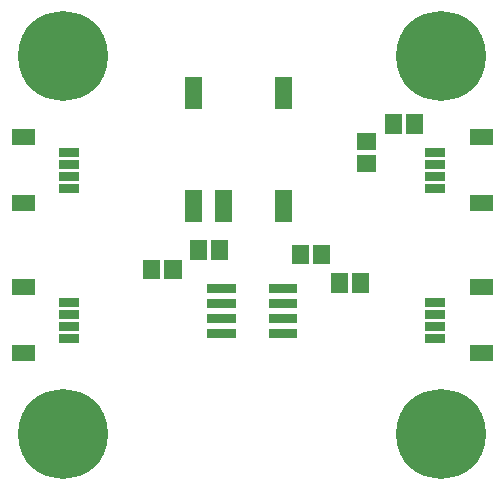
<source format=gbr>
G04 start of page 6 for group -4063 idx -4063 *
G04 Title: (unknown), componentmask *
G04 Creator: pcb 4.0.2 *
G04 CreationDate: Mon Aug 16 01:27:01 2021 UTC *
G04 For: ndholmes *
G04 Format: Gerber/RS-274X *
G04 PCB-Dimensions (mil): 1600.00 1600.00 *
G04 PCB-Coordinate-Origin: lower left *
%MOIN*%
%FSLAX25Y25*%
%LNTOPMASK*%
%ADD28C,0.0001*%
%ADD27C,0.2997*%
G54D27*X143000Y143000D03*
X17000D03*
X143000Y17000D03*
X17000D03*
G54D28*G36*
X114748Y117359D02*Y111641D01*
X121252D01*
Y117359D01*
X114748D01*
G37*
G36*
Y110273D02*Y104555D01*
X121252D01*
Y110273D01*
X114748D01*
G37*
G36*
X129816Y123752D02*X124098D01*
Y117248D01*
X129816D01*
Y123752D01*
G37*
G36*
X136902D02*X131184D01*
Y117248D01*
X136902D01*
Y123752D01*
G37*
G36*
X137649Y100575D02*Y97613D01*
X144351D01*
Y100575D01*
X137649D01*
G37*
G36*
Y104512D02*Y101550D01*
X144351D01*
Y104512D01*
X137649D01*
G37*
G36*
Y108450D02*Y105488D01*
X144351D01*
Y108450D01*
X137649D01*
G37*
G36*
Y112387D02*Y109425D01*
X144351D01*
Y112387D01*
X137649D01*
G37*
G36*
X152413Y96638D02*Y91314D01*
X160099D01*
Y96638D01*
X152413D01*
G37*
G36*
Y118686D02*Y113362D01*
X160099D01*
Y118686D01*
X152413D01*
G37*
G36*
X63300Y136100D02*X57700D01*
Y125500D01*
X63300D01*
Y136100D01*
G37*
G36*
X93300D02*X87700D01*
Y125500D01*
X93300D01*
Y136100D01*
G37*
G36*
X56402Y75252D02*X50684D01*
Y68748D01*
X56402D01*
Y75252D01*
G37*
G36*
X63300Y98500D02*X57700D01*
Y87900D01*
X63300D01*
Y98500D01*
G37*
G36*
X73300D02*X67700D01*
Y87900D01*
X73300D01*
Y98500D01*
G37*
G36*
X93300D02*X87700D01*
Y87900D01*
X93300D01*
Y98500D01*
G37*
G36*
X71902Y81752D02*X66184D01*
Y75248D01*
X71902D01*
Y81752D01*
G37*
G36*
X64816D02*X59098D01*
Y75248D01*
X64816D01*
Y81752D01*
G37*
G36*
X49316Y75252D02*X43598D01*
Y68748D01*
X49316D01*
Y75252D01*
G37*
G36*
X65000Y67000D02*Y64000D01*
X74500D01*
Y67000D01*
X65000D01*
G37*
G36*
Y62000D02*Y59000D01*
X74500D01*
Y62000D01*
X65000D01*
G37*
G36*
Y57000D02*Y54000D01*
X74500D01*
Y57000D01*
X65000D01*
G37*
G36*
Y52000D02*Y49000D01*
X74500D01*
Y52000D01*
X65000D01*
G37*
G36*
X105859Y80252D02*X100141D01*
Y73748D01*
X105859D01*
Y80252D01*
G37*
G36*
X111816Y70752D02*X106098D01*
Y64248D01*
X111816D01*
Y70752D01*
G37*
G36*
X118902D02*X113184D01*
Y64248D01*
X118902D01*
Y70752D01*
G37*
G36*
X98773Y80252D02*X93055D01*
Y73748D01*
X98773D01*
Y80252D01*
G37*
G36*
X85500Y62000D02*Y59000D01*
X95000D01*
Y62000D01*
X85500D01*
G37*
G36*
Y67000D02*Y64000D01*
X95000D01*
Y67000D01*
X85500D01*
G37*
G36*
X137649Y50575D02*Y47613D01*
X144351D01*
Y50575D01*
X137649D01*
G37*
G36*
X152413Y46638D02*Y41314D01*
X160099D01*
Y46638D01*
X152413D01*
G37*
G36*
X137649Y54512D02*Y51550D01*
X144351D01*
Y54512D01*
X137649D01*
G37*
G36*
X85500Y52000D02*Y49000D01*
X95000D01*
Y52000D01*
X85500D01*
G37*
G36*
Y57000D02*Y54000D01*
X95000D01*
Y57000D01*
X85500D01*
G37*
G36*
X137649Y58450D02*Y55488D01*
X144351D01*
Y58450D01*
X137649D01*
G37*
G36*
Y62387D02*Y59425D01*
X144351D01*
Y62387D01*
X137649D01*
G37*
G36*
X152413Y68686D02*Y63362D01*
X160099D01*
Y68686D01*
X152413D01*
G37*
G36*
X15649Y62387D02*Y59425D01*
X22351D01*
Y62387D01*
X15649D01*
G37*
G36*
Y58450D02*Y55488D01*
X22351D01*
Y58450D01*
X15649D01*
G37*
G36*
Y54512D02*Y51550D01*
X22351D01*
Y54512D01*
X15649D01*
G37*
G36*
Y50575D02*Y47613D01*
X22351D01*
Y50575D01*
X15649D01*
G37*
G36*
X-99Y68686D02*Y63362D01*
X7587D01*
Y68686D01*
X-99D01*
G37*
G36*
Y46638D02*Y41314D01*
X7587D01*
Y46638D01*
X-99D01*
G37*
G36*
X15649Y112387D02*Y109425D01*
X22351D01*
Y112387D01*
X15649D01*
G37*
G36*
Y108450D02*Y105488D01*
X22351D01*
Y108450D01*
X15649D01*
G37*
G36*
Y104512D02*Y101550D01*
X22351D01*
Y104512D01*
X15649D01*
G37*
G36*
Y100575D02*Y97613D01*
X22351D01*
Y100575D01*
X15649D01*
G37*
G36*
X-99Y118686D02*Y113362D01*
X7587D01*
Y118686D01*
X-99D01*
G37*
G36*
Y96638D02*Y91314D01*
X7587D01*
Y96638D01*
X-99D01*
G37*
M02*

</source>
